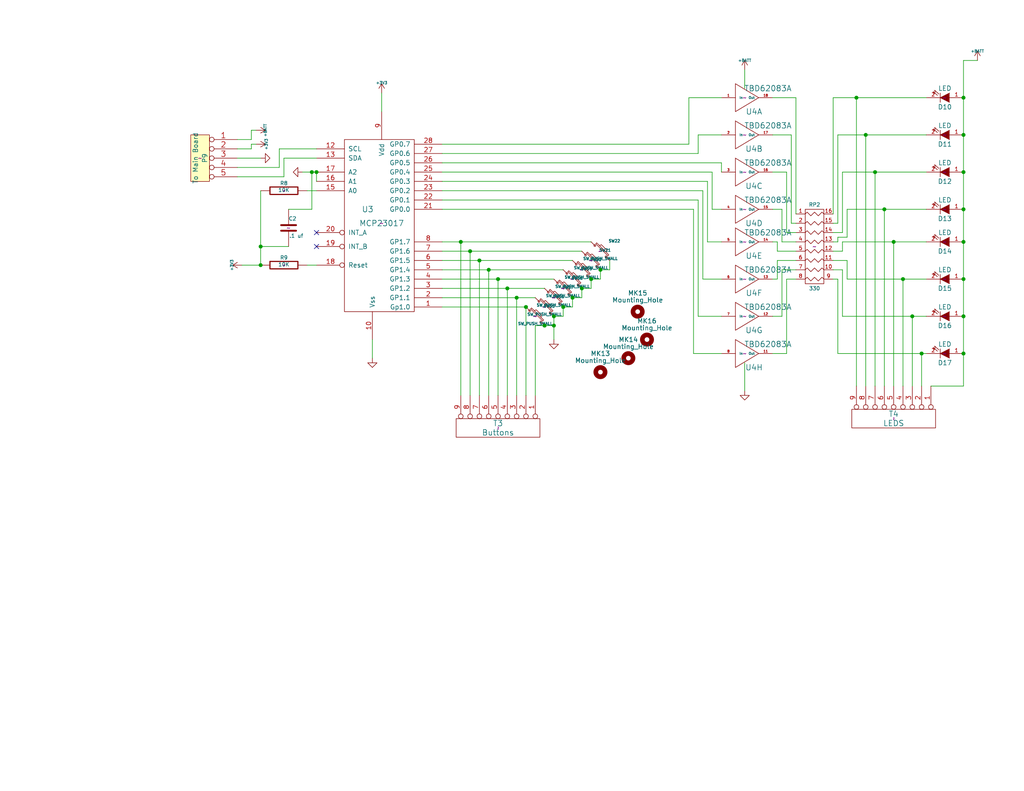
<source format=kicad_sch>
(kicad_sch (version 20211123) (generator eeschema)
  (paper "USLetter")
  (title_block (title "ESP32-T7S3-ControlStand") (date "2022-07-25") (rev "1.0") (company "Deepwoods Software") (comment 1 "Button Led Panel 2"))
  (lib_symbols
    (symbol "ESP32-T7S3-ControlStand-rescue:+3.3V" (power) (pin_names (offset 0))
      (property "Value" "+3.3V" (at 0 3.556 0))
      (symbol "+3.3V_0_1"
        (polyline (pts (xy -0.762 1.27) (xy 0 2.54)))
        (polyline (pts (xy 0 0) (xy 0 2.54)))
        (polyline (pts (xy 0 2.54) (xy 0.762 1.27)))
      )
      (symbol "+3.3V_1_1"
        (pin power_in line (at 0 0 90) (length 0) hide (name "+3V3") (number "1"))
      )
    )
    (symbol "ESP32-T7S3-ControlStand-rescue:+BATT" (power) (pin_names (offset 0))
      (property "Value" "+BATT" (at 0 3.556 0))
      (symbol "+BATT_0_1"
        (polyline (pts (xy -0.762 1.27) (xy 0 2.54)))
        (polyline (pts (xy 0 0) (xy 0 2.54)))
        (polyline (pts (xy 0 2.54) (xy 0.762 1.27)))
      )
      (symbol "+BATT_1_1"
        (pin power_in line (at 0 0 90) (length 0) hide (name "+BATT") (number "1"))
      )
    )
    (symbol "ESP32-T7S3-ControlStand-rescue:C-RESCUE-ESP32ControlStand" (pin_numbers hide) (pin_names (offset 0.254))
      (property "Reference" "C" (at 0 2.54 0))
      (property "Value" "C-RESCUE-ESP32ControlStand" (at 0.1524 -2.159 0))
      (symbol "C-RESCUE-ESP32ControlStand_0_1"
        (polyline (pts (xy -2.032 -0.762) (xy 2.032 -0.762)) (stroke (width 0.508)))
        (polyline (pts (xy -2.032 0.762) (xy 2.032 0.762)) (stroke (width 0.508)))
      )
      (symbol "C-RESCUE-ESP32ControlStand_1_1"
        (pin passive line (at 0 5.08 270) (length 4.318) (name "~") (number "1"))
        (pin passive line (at 0 -5.08 90) (length 4.318) (name "~") (number "2"))
      )
    )
    (symbol "ESP32-T7S3-ControlStand-rescue:CONN_5" (pin_names (offset 1.016))
      (property "Reference" "P" (at -1.27 0 90))
      (property "Value" "CONN_5" (at 1.27 0 90))
      (symbol "CONN_5_0_1"
        (rectangle (start -2.54 6.35) (end 2.54 -6.35) (fill (type background)))
      )
      (symbol "CONN_5_1_1"
        (pin passive inverted (at -10.16 5.08 0) (length 7.62) (name "~") (number "1"))
        (pin passive inverted (at -10.16 2.54 0) (length 7.62) (name "~") (number "2"))
        (pin passive inverted (at -10.16 0 0) (length 7.62) (name "~") (number "3"))
        (pin passive inverted (at -10.16 -2.54 0) (length 7.62) (name "~") (number "4"))
        (pin passive inverted (at -10.16 -5.08 0) (length 7.62) (name "~") (number "5"))
      )
    )
    (symbol "ESP32-T7S3-ControlStand-rescue:CONN_9" (pin_names (offset 1.016) hide)
      (property "Reference" "P" (at -1.27 0 90))
      (property "Value" "CONN_9" (at 1.27 0 90))
      (symbol "CONN_9_0_1"
        (rectangle (start -2.54 11.43) (end 2.54 -11.43))
      )
      (symbol "CONN_9_1_1"
        (pin passive inverted (at -8.89 10.16 0) (length 6.35) (name "P1") (number "1"))
        (pin passive inverted (at -8.89 7.62 0) (length 6.35) (name "P2") (number "2"))
        (pin passive inverted (at -8.89 5.08 0) (length 6.35) (name "P3") (number "3"))
        (pin passive inverted (at -8.89 2.54 0) (length 6.35) (name "P4") (number "4"))
        (pin passive inverted (at -8.89 0 0) (length 6.35) (name "P5") (number "5"))
        (pin passive inverted (at -8.89 -2.54 0) (length 6.35) (name "P6") (number "6"))
        (pin passive inverted (at -8.89 -5.08 0) (length 6.35) (name "P7") (number "7"))
        (pin passive inverted (at -8.89 -7.62 0) (length 6.35) (name "P8") (number "8"))
        (pin passive inverted (at -8.89 -10.16 0) (length 6.35) (name "P9") (number "9"))
      )
    )
    (symbol "ESP32-T7S3-ControlStand-rescue:GND" (power) (pin_names (offset 0))
      (property "Value" "GND" (at 0 -3.81 0))
      (symbol "GND_0_1"
        (polyline (pts (xy 0 0) (xy 0 -1.27) (xy 1.27 -1.27) (xy 0 -2.54) (xy -1.27 -1.27) (xy 0 -1.27)))
      )
      (symbol "GND_1_1"
        (pin power_in line (at 0 0 270) (length 0) hide (name "GND") (number "1"))
      )
    )
    (symbol "ESP32-T7S3-ControlStand-rescue:LED-RESCUE-ESP32ControlStand" (pin_names (offset 1.016) hide)
      (property "Reference" "D" (at 0 2.54 0))
      (property "Value" "LED-RESCUE-ESP32ControlStand" (at 0 -2.54 0))
      (symbol "LED-RESCUE-ESP32ControlStand_0_1"
        (polyline (pts (xy 1.27 1.27) (xy 1.27 -1.27)))
        (polyline (pts (xy -1.27 1.27) (xy 1.27 0) (xy -1.27 -1.27)) (fill (type outline)))
        (polyline (pts (xy 1.651 -1.016) (xy 2.794 -2.032) (xy 2.667 -1.397)))
        (polyline (pts (xy 2.032 -0.635) (xy 3.175 -1.651) (xy 3.048 -1.016)))
      )
      (symbol "LED-RESCUE-ESP32ControlStand_1_1"
        (pin passive line (at -5.08 0 0) (length 3.81) (name "A") (number "1"))
        (pin passive line (at 5.08 0 180) (length 3.81) (name "K") (number "2"))
      )
    )
    (symbol "ESP32-T7S3-ControlStand-rescue:MCP23017-RESCUE-ESP32ControlStand" (pin_names (offset 1.016))
      (property "Reference" "U" (at -3.81 3.81 0))
      (property "Value" "MCP23017-RESCUE-ESP32ControlStand" (at 0 0 0))
      (symbol "MCP23017-RESCUE-ESP32ControlStand_0_1"
        (rectangle (start -10.16 22.86) (end 8.89 -24.13))
      )
      (symbol "MCP23017-RESCUE-ESP32ControlStand_1_1"
        (pin bidirectional line (at 16.51 -22.86 180) (length 7.62) (name "Gp1.0") (number "1"))
        (pin power_in line (at -2.54 -31.75 90) (length 7.62) (name "Vss") (number "10"))
        (pin input line (at -17.78 20.32 0) (length 7.62) (name "SCL") (number "12"))
        (pin bidirectional line (at -17.78 17.78 0) (length 7.62) (name "SDA") (number "13"))
        (pin input line (at -17.78 8.89 0) (length 7.62) (name "A0") (number "15"))
        (pin input line (at -17.78 11.43 0) (length 7.62) (name "A1") (number "16"))
        (pin input line (at -17.78 13.97 0) (length 7.62) (name "A2") (number "17"))
        (pin output inverted (at -17.78 -11.43 0) (length 7.62) (name "Reset") (number "18"))
        (pin output inverted (at -17.78 -6.35 0) (length 7.62) (name "INT_B") (number "19"))
        (pin bidirectional line (at 16.51 -20.32 180) (length 7.62) (name "GP1.1") (number "2"))
        (pin output inverted (at -17.78 -2.54 0) (length 7.62) (name "INT_A") (number "20"))
        (pin bidirectional line (at 16.51 3.81 180) (length 7.62) (name "GP0.0") (number "21"))
        (pin bidirectional line (at 16.51 6.35 180) (length 7.62) (name "GP0.1") (number "22"))
        (pin bidirectional line (at 16.51 8.89 180) (length 7.62) (name "GP0.2") (number "23"))
        (pin bidirectional line (at 16.51 11.43 180) (length 7.62) (name "GP0.3") (number "24"))
        (pin bidirectional line (at 16.51 13.97 180) (length 7.62) (name "GP0.4") (number "25"))
        (pin bidirectional line (at 16.51 16.51 180) (length 7.62) (name "GP0.5") (number "26"))
        (pin bidirectional line (at 16.51 19.05 180) (length 7.62) (name "GP0.6") (number "27"))
        (pin bidirectional line (at 16.51 21.59 180) (length 7.62) (name "GP0.7") (number "28"))
        (pin bidirectional line (at 16.51 -17.78 180) (length 7.62) (name "GP1.2") (number "3"))
        (pin bidirectional line (at 16.51 -15.24 180) (length 7.62) (name "GP1.3") (number "4"))
        (pin bidirectional line (at 16.51 -12.7 180) (length 7.62) (name "GP1.4") (number "5"))
        (pin bidirectional line (at 16.51 -10.16 180) (length 7.62) (name "GP1.5") (number "6"))
        (pin bidirectional line (at 16.51 -7.62 180) (length 7.62) (name "GP1.6") (number "7"))
        (pin bidirectional line (at 16.51 -5.08 180) (length 7.62) (name "GP1.7") (number "8"))
        (pin power_in line (at 0 30.48 270) (length 7.62) (name "Vdd") (number "9"))
      )
    )
    (symbol "ESP32-T7S3-ControlStand-rescue:Mounting_Hole" (pin_names (offset 1.016))
      (property "Reference" "MK" (at 0 5.08 0))
      (property "Value" "Mounting_Hole" (at 0 3.175 0))
      (symbol "Mounting_Hole_0_1"
        (circle (center 0 0) (radius 1.27) (stroke (width 1.27)))
      )
    )
    (symbol "ESP32-T7S3-ControlStand-rescue:R-RESCUE-ESP32ControlStand" (pin_numbers hide) (pin_names (offset 0))
      (property "Reference" "R" (at 2.032 0 90))
      (property "Value" "R-RESCUE-ESP32ControlStand" (at 0.1778 0.0254 90))
      (symbol "R-RESCUE-ESP32ControlStand_0_1"
        (rectangle (start -1.016 3.81) (end 1.016 -3.81) (stroke (width 0.3048)))
      )
      (symbol "R-RESCUE-ESP32ControlStand_1_1"
        (pin passive line (at 0 6.35 270) (length 2.54) (name "~") (number "1"))
        (pin passive line (at 0 -6.35 90) (length 2.54) (name "~") (number "2"))
      )
    )
    (symbol "ESP32-T7S3-ControlStand-rescue:R_PACK8" (pin_names hide)
      (property "Reference" "RP" (at 0 11.43 0))
      (property "Value" "R_PACK8" (at 0 -11.43 0))
      (symbol "R_PACK8_0_1"
        (rectangle (start -2.54 10.16) (end 2.54 -10.16))
        (polyline (pts (xy -2.54 -8.89) (xy -2.032 -8.382) (xy -1.016 -9.398) (xy 0 -8.382) (xy 1.016 -9.398) (xy 2.032 -8.382) (xy 2.54 -8.89)))
        (polyline (pts (xy -2.54 -6.35) (xy -2.032 -5.842) (xy -1.016 -6.858) (xy 0 -5.842) (xy 1.016 -6.858) (xy 2.032 -5.842) (xy 2.54 -6.35)))
        (polyline (pts (xy -2.54 -3.81) (xy -2.032 -3.302) (xy -1.016 -4.318) (xy 0 -3.302) (xy 1.016 -4.318) (xy 2.032 -3.302) (xy 2.54 -3.81)))
        (polyline (pts (xy -2.54 -1.27) (xy -2.032 -0.762) (xy -1.016 -1.778) (xy 0 -0.762) (xy 1.016 -1.778) (xy 2.032 -0.762) (xy 2.54 -1.27)))
        (polyline (pts (xy -2.54 1.27) (xy -2.032 1.778) (xy -1.016 0.762) (xy 0 1.778) (xy 1.016 0.762) (xy 2.032 1.778) (xy 2.54 1.27)))
        (polyline (pts (xy -2.54 3.81) (xy -2.032 4.318) (xy -1.016 3.302) (xy 0 4.318) (xy 1.016 3.302) (xy 2.032 4.318) (xy 2.54 3.81)))
        (polyline (pts (xy -2.54 6.35) (xy -2.032 6.858) (xy -1.016 5.842) (xy 0 6.858) (xy 1.016 5.842) (xy 2.032 6.858) (xy 2.54 6.35)))
        (polyline (pts (xy -2.54 8.89) (xy -2.032 9.398) (xy -1.016 8.382) (xy 0 9.398) (xy 1.016 8.382) (xy 2.032 9.398) (xy 2.54 8.89)))
      )
      (symbol "R_PACK8_1_1"
        (pin passive line (at -5.08 8.89 0) (length 2.54) (name "P1") (number "1"))
        (pin passive line (at 5.08 -6.35 180) (length 2.54) (name "R7") (number "10"))
        (pin passive line (at 5.08 -3.81 180) (length 2.54) (name "R6") (number "11"))
        (pin passive line (at 5.08 -1.27 180) (length 2.54) (name "R5") (number "12"))
        (pin passive line (at 5.08 1.27 180) (length 2.54) (name "R4") (number "13"))
        (pin passive line (at 5.08 3.81 180) (length 2.54) (name "R3") (number "14"))
        (pin passive line (at 5.08 6.35 180) (length 2.54) (name "R2") (number "15"))
        (pin passive line (at 5.08 8.89 180) (length 2.54) (name "R1") (number "16"))
        (pin passive line (at -5.08 6.35 0) (length 2.54) (name "P2") (number "2"))
        (pin passive line (at -5.08 3.81 0) (length 2.54) (name "P3") (number "3"))
        (pin passive line (at -5.08 1.27 0) (length 2.54) (name "P4") (number "4"))
        (pin passive line (at -5.08 -1.27 0) (length 2.54) (name "P5") (number "5"))
        (pin passive line (at -5.08 -3.81 0) (length 2.54) (name "P6") (number "6"))
        (pin passive line (at -5.08 -6.35 0) (length 2.54) (name "P7") (number "7"))
        (pin passive line (at -5.08 -8.89 0) (length 2.54) (name "P8") (number "8"))
        (pin passive line (at 5.08 -8.89 180) (length 2.54) (name "R8") (number "9"))
      )
    )
    (symbol "ESP32-T7S3-ControlStand-rescue:SW_PUSH_SMALL" (pin_numbers hide) (pin_names (offset 1.016) hide)
      (property "Reference" "SW" (at 3.81 2.794 0))
      (property "Value" "SW_PUSH_SMALL" (at 0 -2.0066 0))
      (symbol "SW_PUSH_SMALL_0_1"
        (circle (center -1.524 1.524) (radius 0.254))
        (polyline (pts (xy -2.54 2.54) (xy -1.524 1.524) (xy -1.524 1.524)))
        (polyline (pts (xy 1.524 -1.524) (xy 2.54 -2.54) (xy 2.54 -2.54) (xy 2.54 -2.54)))
        (polyline (pts (xy -0.254 1.524) (xy 0.254 1.778) (xy 1.778 0.254) (xy 1.524 -0.254) (xy 1.524 -0.254) (xy 1.524 -0.254)))
        (polyline (pts (xy -1.27 2.032) (xy 2.032 -1.27) (xy 2.286 -1.016) (xy -1.016 2.286) (xy -1.27 2.032) (xy -1.27 2.032) (xy -1.27 2.032)))
        (circle (center 1.524 -1.524) (radius 0.254))
        (pin passive line (at -2.54 2.54 0) (length 0) (name "1") (number "1"))
        (pin passive line (at 2.54 -2.54 180) (length 0) (name "2") (number "2"))
      )
    )
    (symbol "ESP32-T7S3-ControlStand-rescue:TBD62083A" (pin_names (offset 1.016))
      (property "Reference" "U" (at 2.54 -3.81 0))
      (property "Value" "TBD62083A" (at 6.35 2.54 0))
      (symbol "TBD62083A_0_1"
        (polyline (pts (xy -2.54 3.81) (xy 3.81 0) (xy -2.54 -3.81) (xy -2.54 3.81)))
        (pin unspecified line (at 0 2.54 0) (length 0) hide (name "OC") (number "10"))
        (pin unspecified line (at 0 -2.54 0) (length 0) hide (name "IC") (number "9"))
      )
      (symbol "TBD62083A_1_1"
        (pin input line (at -6.35 0 0) (length 3.81) (name "In") (number "1"))
        (pin output line (at 7.62 0 180) (length 3.81) (name "Out") (number "18"))
      )
      (symbol "TBD62083A_2_1"
        (pin output line (at 7.62 0 180) (length 3.81) (name "Out") (number "17"))
        (pin input line (at -6.35 0 0) (length 3.81) (name "In") (number "2"))
      )
      (symbol "TBD62083A_3_1"
        (pin output line (at 7.62 0 180) (length 3.81) (name "Out") (number "16"))
        (pin input line (at -6.35 0 0) (length 3.81) (name "In") (number "3"))
      )
      (symbol "TBD62083A_4_1"
        (pin output line (at 7.62 0 180) (length 3.81) (name "Out") (number "15"))
        (pin input line (at -6.35 0 0) (length 3.81) (name "In") (number "4"))
      )
      (symbol "TBD62083A_5_1"
        (pin output line (at 7.62 0 180) (length 3.81) (name "Out") (number "14"))
        (pin input line (at -6.35 0 0) (length 3.81) (name "In") (number "5"))
      )
      (symbol "TBD62083A_6_1"
        (pin output line (at 7.62 0 180) (length 3.81) (name "Out") (number "13"))
        (pin input line (at -6.35 0 0) (length 3.81) (name "In") (number "6"))
      )
      (symbol "TBD62083A_7_1"
        (pin output line (at 7.62 0 180) (length 3.81) (name "Out") (number "12"))
        (pin input line (at -6.35 0 0) (length 3.81) (name "In") (number "7"))
      )
      (symbol "TBD62083A_8_1"
        (pin output line (at 7.62 0 180) (length 3.81) (name "Out") (number "11"))
        (pin input line (at -6.35 0 0) (length 3.81) (name "In") (number "8"))
      )
    )
  )
  (junction (at 138.43 78.74))
  (junction (at 148.59 88.9))
  (junction (at 85.09 46.99))
  (junction (at 71.12 67.31))
  (junction (at 151.13 88.9))
  (junction (at 262.89 46.99))
  (junction (at 262.89 57.15))
  (junction (at 262.89 86.36))
  (junction (at 251.46 96.52))
  (junction (at 158.75 78.74))
  (junction (at 151.13 86.36))
  (junction (at 248.92 86.36))
  (junction (at 246.38 76.2))
  (junction (at 130.81 71.12))
  (junction (at 262.89 76.2))
  (junction (at 262.89 96.52))
  (junction (at 133.35 73.66))
  (junction (at 243.84 66.04))
  (junction (at 86.36 46.99))
  (junction (at 238.76 46.99))
  (junction (at 161.29 76.2))
  (junction (at 71.12 72.39))
  (junction (at 143.51 83.82))
  (junction (at 241.3 57.15))
  (junction (at 125.73 66.04))
  (junction (at 262.89 36.83))
  (junction (at 262.89 26.67))
  (junction (at 140.97 81.28))
  (junction (at 156.21 81.28))
  (junction (at 233.68 26.67))
  (junction (at 128.27 68.58))
  (junction (at 236.22 36.83))
  (junction (at 153.67 83.82))
  (junction (at 262.89 66.04))
  (junction (at 135.89 76.2))
  (junction (at 163.83 73.66))
  (no_connect (at 86.36 63.5))
  (no_connect (at 86.36 67.31))
  (wire (pts (xy 153.67 83.82) (xy 153.67 86.36)))
  (wire (pts (xy 238.76 105.41) (xy 238.76 46.99)))
  (wire (pts (xy 212.09 71.12) (xy 217.17 71.12)))
  (wire (pts (xy 213.36 57.15) (xy 213.36 66.04)))
  (wire (pts (xy 120.65 39.37) (xy 187.96 39.37)))
  (wire (pts (xy 210.82 66.04) (xy 212.09 66.04)))
  (wire (pts (xy 203.2 99.06) (xy 203.2 106.68)))
  (wire (pts (xy 189.23 96.52) (xy 196.85 96.52)))
  (wire (pts (xy 228.6 76.2) (xy 228.6 96.52)))
  (wire (pts (xy 153.67 86.36) (xy 151.13 86.36)))
  (wire (pts (xy 120.65 57.15) (xy 189.23 57.15)))
  (wire (pts (xy 125.73 107.95) (xy 125.73 66.04)))
  (wire (pts (xy 101.6 92.71) (xy 101.6 97.79)))
  (wire (pts (xy 262.89 76.2) (xy 262.89 86.36)))
  (wire (pts (xy 229.87 46.99) (xy 229.87 63.5)))
  (wire (pts (xy 135.89 76.2) (xy 151.13 76.2)))
  (wire (pts (xy 146.05 88.9) (xy 148.59 88.9)))
  (wire (pts (xy 262.89 36.83) (xy 262.89 46.99)))
  (wire (pts (xy 151.13 86.36) (xy 151.13 88.9)))
  (wire (pts (xy 190.5 41.91) (xy 190.5 36.83)))
  (wire (pts (xy 187.96 26.67) (xy 196.85 26.67)))
  (wire (pts (xy 190.5 86.36) (xy 196.85 86.36)))
  (wire (pts (xy 262.89 16.51) (xy 266.7 16.51)))
  (wire (pts (xy 229.87 66.04) (xy 243.84 66.04)))
  (wire (pts (xy 78.74 67.31) (xy 71.12 67.31)))
  (wire (pts (xy 166.37 73.66) (xy 163.83 73.66)))
  (wire (pts (xy 130.81 71.12) (xy 156.21 71.12)))
  (wire (pts (xy 143.51 83.82) (xy 143.51 107.95)))
  (wire (pts (xy 71.12 72.39) (xy 66.04 72.39)))
  (wire (pts (xy 64.77 45.72) (xy 76.2 45.72)))
  (wire (pts (xy 120.65 71.12) (xy 130.81 71.12)))
  (wire (pts (xy 227.33 76.2) (xy 228.6 76.2)))
  (wire (pts (xy 163.83 73.66) (xy 163.83 76.2)))
  (wire (pts (xy 248.92 86.36) (xy 252.73 86.36)))
  (wire (pts (xy 262.89 66.04) (xy 262.89 76.2)))
  (wire (pts (xy 140.97 107.95) (xy 140.97 81.28)))
  (wire (pts (xy 85.09 46.99) (xy 82.55 46.99)))
  (wire (pts (xy 243.84 105.41) (xy 243.84 66.04)))
  (wire (pts (xy 161.29 78.74) (xy 158.75 78.74)))
  (wire (pts (xy 163.83 76.2) (xy 161.29 76.2)))
  (wire (pts (xy 156.21 83.82) (xy 153.67 83.82)))
  (wire (pts (xy 236.22 105.41) (xy 236.22 36.83)))
  (wire (pts (xy 215.9 60.96) (xy 217.17 60.96)))
  (wire (pts (xy 233.68 105.41) (xy 233.68 26.67)))
  (wire (pts (xy 68.58 39.37) (xy 69.85 39.37)))
  (wire (pts (xy 190.5 54.61) (xy 190.5 86.36)))
  (wire (pts (xy 228.6 36.83) (xy 228.6 60.96)))
  (wire (pts (xy 228.6 64.77) (xy 228.6 66.04)))
  (wire (pts (xy 228.6 36.83) (xy 236.22 36.83)))
  (wire (pts (xy 213.36 66.04) (xy 217.17 66.04)))
  (wire (pts (xy 251.46 96.52) (xy 252.73 96.52)))
  (wire (pts (xy 212.09 66.04) (xy 212.09 68.58)))
  (wire (pts (xy 227.33 73.66) (xy 229.87 73.66)))
  (wire (pts (xy 77.47 48.26) (xy 77.47 43.18)))
  (wire (pts (xy 120.65 41.91) (xy 190.5 41.91)))
  (wire (pts (xy 217.17 58.42) (xy 217.17 26.67)))
  (wire (pts (xy 120.65 83.82) (xy 143.51 83.82)))
  (wire (pts (xy 262.89 57.15) (xy 262.89 66.04)))
  (wire (pts (xy 246.38 105.41) (xy 246.38 76.2)))
  (wire (pts (xy 138.43 107.95) (xy 138.43 78.74)))
  (wire (pts (xy 241.3 57.15) (xy 252.73 57.15)))
  (wire (pts (xy 214.63 63.5) (xy 217.17 63.5)))
  (wire (pts (xy 120.65 66.04) (xy 125.73 66.04)))
  (wire (pts (xy 194.31 46.99) (xy 194.31 57.15)))
  (wire (pts (xy 158.75 78.74) (xy 158.75 81.28)))
  (wire (pts (xy 238.76 46.99) (xy 252.73 46.99)))
  (wire (pts (xy 231.14 76.2) (xy 246.38 76.2)))
  (wire (pts (xy 215.9 36.83) (xy 215.9 60.96)))
  (wire (pts (xy 203.2 19.05) (xy 203.2 24.13)))
  (wire (pts (xy 64.77 38.1) (xy 68.58 38.1)))
  (wire (pts (xy 196.85 44.45) (xy 196.85 46.99)))
  (wire (pts (xy 190.5 36.83) (xy 196.85 36.83)))
  (wire (pts (xy 212.09 76.2) (xy 212.09 71.12)))
  (wire (pts (xy 146.05 107.95) (xy 146.05 88.9)))
  (wire (pts (xy 68.58 38.1) (xy 68.58 35.56)))
  (wire (pts (xy 231.14 71.12) (xy 227.33 71.12)))
  (wire (pts (xy 262.89 16.51) (xy 262.89 26.67)))
  (wire (pts (xy 138.43 78.74) (xy 148.59 78.74)))
  (wire (pts (xy 86.36 52.07) (xy 83.82 52.07)))
  (wire (pts (xy 140.97 81.28) (xy 146.05 81.28)))
  (wire (pts (xy 248.92 105.41) (xy 248.92 86.36)))
  (wire (pts (xy 210.82 86.36) (xy 213.36 86.36)))
  (wire (pts (xy 262.89 46.99) (xy 262.89 57.15)))
  (wire (pts (xy 262.89 105.41) (xy 254 105.41)))
  (wire (pts (xy 120.65 46.99) (xy 194.31 46.99)))
  (wire (pts (xy 191.77 76.2) (xy 196.85 76.2)))
  (wire (pts (xy 214.63 46.99) (xy 210.82 46.99)))
  (wire (pts (xy 228.6 66.04) (xy 227.33 66.04)))
  (wire (pts (xy 120.65 81.28) (xy 140.97 81.28)))
  (wire (pts (xy 86.36 46.99) (xy 85.09 46.99)))
  (wire (pts (xy 135.89 107.95) (xy 135.89 76.2)))
  (wire (pts (xy 125.73 66.04) (xy 161.29 66.04)))
  (wire (pts (xy 133.35 107.95) (xy 133.35 73.66)))
  (wire (pts (xy 246.38 76.2) (xy 252.73 76.2)))
  (wire (pts (xy 229.87 86.36) (xy 248.92 86.36)))
  (wire (pts (xy 251.46 105.41) (xy 251.46 96.52)))
  (wire (pts (xy 228.6 60.96) (xy 227.33 60.96)))
  (wire (pts (xy 151.13 88.9) (xy 151.13 92.71)))
  (wire (pts (xy 120.65 52.07) (xy 191.77 52.07)))
  (wire (pts (xy 120.65 44.45) (xy 196.85 44.45)))
  (wire (pts (xy 228.6 96.52) (xy 251.46 96.52)))
  (wire (pts (xy 236.22 36.83) (xy 252.73 36.83)))
  (wire (pts (xy 148.59 88.9) (xy 151.13 88.9)))
  (wire (pts (xy 130.81 107.95) (xy 130.81 71.12)))
  (wire (pts (xy 262.89 96.52) (xy 262.89 105.41)))
  (wire (pts (xy 212.09 68.58) (xy 217.17 68.58)))
  (wire (pts (xy 77.47 43.18) (xy 86.36 43.18)))
  (wire (pts (xy 104.14 25.4) (xy 104.14 30.48)))
  (wire (pts (xy 229.87 46.99) (xy 238.76 46.99)))
  (wire (pts (xy 189.23 57.15) (xy 189.23 96.52)))
  (wire (pts (xy 161.29 76.2) (xy 161.29 78.74)))
  (wire (pts (xy 227.33 26.67) (xy 233.68 26.67)))
  (wire (pts (xy 214.63 96.52) (xy 214.63 76.2)))
  (wire (pts (xy 86.36 72.39) (xy 83.82 72.39)))
  (wire (pts (xy 191.77 52.07) (xy 191.77 76.2)))
  (wire (pts (xy 233.68 26.67) (xy 252.73 26.67)))
  (wire (pts (xy 210.82 57.15) (xy 213.36 57.15)))
  (wire (pts (xy 71.12 43.18) (xy 64.77 43.18)))
  (wire (pts (xy 120.65 54.61) (xy 190.5 54.61)))
  (wire (pts (xy 231.14 71.12) (xy 231.14 76.2)))
  (wire (pts (xy 71.12 67.31) (xy 71.12 72.39)))
  (wire (pts (xy 229.87 63.5) (xy 227.33 63.5)))
  (wire (pts (xy 262.89 26.67) (xy 262.89 36.83)))
  (wire (pts (xy 68.58 40.64) (xy 68.58 39.37)))
  (wire (pts (xy 71.12 52.07) (xy 71.12 67.31)))
  (wire (pts (xy 231.14 64.77) (xy 228.6 64.77)))
  (wire (pts (xy 215.9 36.83) (xy 210.82 36.83)))
  (wire (pts (xy 128.27 107.95) (xy 128.27 68.58)))
  (wire (pts (xy 243.84 66.04) (xy 252.73 66.04)))
  (wire (pts (xy 229.87 68.58) (xy 227.33 68.58)))
  (wire (pts (xy 193.04 66.04) (xy 196.85 66.04)))
  (wire (pts (xy 64.77 48.26) (xy 77.47 48.26)))
  (wire (pts (xy 68.58 35.56) (xy 69.85 35.56)))
  (wire (pts (xy 214.63 76.2) (xy 217.17 76.2)))
  (wire (pts (xy 217.17 26.67) (xy 210.82 26.67)))
  (wire (pts (xy 156.21 81.28) (xy 156.21 83.82)))
  (wire (pts (xy 229.87 66.04) (xy 229.87 68.58)))
  (wire (pts (xy 133.35 73.66) (xy 153.67 73.66)))
  (wire (pts (xy 231.14 57.15) (xy 231.14 64.77)))
  (wire (pts (xy 166.37 71.12) (xy 166.37 73.66)))
  (wire (pts (xy 262.89 86.36) (xy 262.89 96.52)))
  (wire (pts (xy 120.65 78.74) (xy 138.43 78.74)))
  (wire (pts (xy 158.75 81.28) (xy 156.21 81.28)))
  (wire (pts (xy 210.82 96.52) (xy 214.63 96.52)))
  (wire (pts (xy 213.36 73.66) (xy 217.17 73.66)))
  (wire (pts (xy 128.27 68.58) (xy 158.75 68.58)))
  (wire (pts (xy 64.77 40.64) (xy 68.58 40.64)))
  (wire (pts (xy 213.36 86.36) (xy 213.36 73.66)))
  (wire (pts (xy 187.96 39.37) (xy 187.96 26.67)))
  (wire (pts (xy 193.04 49.53) (xy 193.04 66.04)))
  (wire (pts (xy 86.36 49.53) (xy 86.36 46.99)))
  (wire (pts (xy 214.63 46.99) (xy 214.63 63.5)))
  (wire (pts (xy 85.09 57.15) (xy 85.09 46.99)))
  (wire (pts (xy 229.87 73.66) (xy 229.87 86.36)))
  (wire (pts (xy 78.74 57.15) (xy 85.09 57.15)))
  (wire (pts (xy 120.65 73.66) (xy 133.35 73.66)))
  (wire (pts (xy 241.3 105.41) (xy 241.3 57.15)))
  (wire (pts (xy 120.65 49.53) (xy 193.04 49.53)))
  (wire (pts (xy 210.82 76.2) (xy 212.09 76.2)))
  (wire (pts (xy 231.14 57.15) (xy 241.3 57.15)))
  (wire (pts (xy 120.65 68.58) (xy 128.27 68.58)))
  (wire (pts (xy 76.2 40.64) (xy 86.36 40.64)))
  (wire (pts (xy 120.65 76.2) (xy 135.89 76.2)))
  (wire (pts (xy 227.33 58.42) (xy 227.33 26.67)))
  (wire (pts (xy 76.2 45.72) (xy 76.2 40.64)))
  (wire (pts (xy 194.31 57.15) (xy 196.85 57.15)))
  (symbol (lib_id "ESP32-T7S3-ControlStand-rescue:MCP23017-RESCUE-ESP32ControlStand") (at 104.14 60.96 0) (unit 1)
    (property "Reference" "U3" (at 100.33 57.15 0) (effects (font (size 1.524 1.524))))
    (property "Value" "MCP23017" (at 104.14 60.96 0) (effects (font (size 1.524 1.524))))
    (property "Footprint" "Housings_SOIC:SOIC-28W_7.5x17.9mm_Pitch1.27mm" (effects hide))
    (property "Datasheet" "~" (at 104.14 60.96 0) (effects (font (size 1.524 1.524))))
    (property "Mouser Part Number" "79-MCP23017-E/SO " (effects hide))
  )
  (symbol (lib_id "ESP32-T7S3-ControlStand-rescue:TBD62083A") (at 203.2 26.67 0) (unit 1)
    (property "Reference" "U4" (at 205.74 30.48 0) (effects (font (size 1.524 1.524))))
    (property "Value" "TBD62083A" (at 209.55 24.13 0) (effects (font (size 1.524 1.524))))
    (property "Footprint" "Housings_SOIC:SOIC-18W_7.5x11.6mm_Pitch1.27mm" (effects hide))
    (property "Datasheet" "~" (at 203.2 26.67 0) (effects (font (size 1.524 1.524))))
    (property "Mouser Part Number" "757-TBD62083AFG" (effects hide))
  )
  (symbol (lib_id "ESP32-T7S3-ControlStand-rescue:TBD62083A") (at 203.2 36.83 0) (unit 2)
    (property "Reference" "U4" (at 205.74 40.64 0) (effects (font (size 1.524 1.524))))
    (property "Value" "TBD62083A" (at 209.55 34.29 0) (effects (font (size 1.524 1.524))))
    (property "Footprint" "Housings_SOIC:SOIC-18W_7.5x11.6mm_Pitch1.27mm" (effects hide))
    (property "Datasheet" "~" (at 203.2 36.83 0) (effects (font (size 1.524 1.524))))
  )
  (symbol (lib_id "ESP32-T7S3-ControlStand-rescue:TBD62083A") (at 203.2 46.99 0) (unit 3)
    (property "Reference" "U4" (at 205.74 50.8 0) (effects (font (size 1.524 1.524))))
    (property "Value" "TBD62083A" (at 209.55 44.45 0) (effects (font (size 1.524 1.524))))
    (property "Footprint" "Housings_SOIC:SOIC-18W_7.5x11.6mm_Pitch1.27mm" (effects hide))
    (property "Datasheet" "~" (at 203.2 46.99 0) (effects (font (size 1.524 1.524))))
  )
  (symbol (lib_id "ESP32-T7S3-ControlStand-rescue:TBD62083A") (at 203.2 57.15 0) (unit 4)
    (property "Reference" "U4" (at 205.74 60.96 0) (effects (font (size 1.524 1.524))))
    (property "Value" "TBD62083A" (at 209.55 54.61 0) (effects (font (size 1.524 1.524))))
    (property "Footprint" "Housings_SOIC:SOIC-18W_7.5x11.6mm_Pitch1.27mm" (effects hide))
    (property "Datasheet" "~" (at 203.2 57.15 0) (effects (font (size 1.524 1.524))))
  )
  (symbol (lib_id "ESP32-T7S3-ControlStand-rescue:TBD62083A") (at 203.2 66.04 0) (unit 5)
    (property "Reference" "U4" (at 205.74 69.85 0) (effects (font (size 1.524 1.524))))
    (property "Value" "TBD62083A" (at 209.55 63.5 0) (effects (font (size 1.524 1.524))))
    (property "Footprint" "Housings_SOIC:SOIC-18W_7.5x11.6mm_Pitch1.27mm" (effects hide))
    (property "Datasheet" "~" (at 203.2 66.04 0) (effects (font (size 1.524 1.524))))
  )
  (symbol (lib_id "ESP32-T7S3-ControlStand-rescue:TBD62083A") (at 203.2 76.2 0) (unit 6)
    (property "Reference" "U4" (at 205.74 80.01 0) (effects (font (size 1.524 1.524))))
    (property "Value" "TBD62083A" (at 209.55 73.66 0) (effects (font (size 1.524 1.524))))
    (property "Footprint" "Housings_SOIC:SOIC-18W_7.5x11.6mm_Pitch1.27mm" (effects hide))
    (property "Datasheet" "~" (at 203.2 76.2 0) (effects (font (size 1.524 1.524))))
  )
  (symbol (lib_id "ESP32-T7S3-ControlStand-rescue:TBD62083A") (at 203.2 86.36 0) (unit 7)
    (property "Reference" "U4" (at 205.74 90.17 0) (effects (font (size 1.524 1.524))))
    (property "Value" "TBD62083A" (at 209.55 83.82 0) (effects (font (size 1.524 1.524))))
    (property "Footprint" "Housings_SOIC:SOIC-18W_7.5x11.6mm_Pitch1.27mm" (effects hide))
    (property "Datasheet" "~" (at 203.2 86.36 0) (effects (font (size 1.524 1.524))))
  )
  (symbol (lib_id "ESP32-T7S3-ControlStand-rescue:TBD62083A") (at 203.2 96.52 0) (unit 8)
    (property "Reference" "U4" (at 205.74 100.33 0) (effects (font (size 1.524 1.524))))
    (property "Value" "TBD62083A" (at 209.55 93.98 0) (effects (font (size 1.524 1.524))))
    (property "Footprint" "Housings_SOIC:SOIC-18W_7.5x11.6mm_Pitch1.27mm" (effects hide))
    (property "Datasheet" "~" (at 203.2 96.52 0) (effects (font (size 1.524 1.524))))
  )
  (symbol (lib_id "ESP32-T7S3-ControlStand-rescue:SW_PUSH_SMALL") (at 163.83 68.58 0) (unit 1)
    (property "Reference" "SW22" (at 167.64 65.786 0) (effects (font (size 0.762 0.762))))
    (property "Value" "SW_PUSH_SMALL" (at 163.83 70.5866 0) (effects (font (size 0.762 0.762))))
    (property "Footprint" "Buttons_Switches_THT:SW_PUSH_6mm" (effects hide))
    (property "Datasheet" "~" (at 163.83 68.58 0) (effects (font (size 1.524 1.524))))
    (property "Mouser Part Number" "179-TS026660BK160LCR" (effects hide))
  )
  (symbol (lib_id "ESP32-T7S3-ControlStand-rescue:SW_PUSH_SMALL") (at 161.29 71.12 0) (unit 1)
    (property "Reference" "SW21" (at 165.1 68.326 0) (effects (font (size 0.762 0.762))))
    (property "Value" "SW_PUSH_SMALL" (at 161.29 73.1266 0) (effects (font (size 0.762 0.762))))
    (property "Footprint" "Buttons_Switches_THT:SW_PUSH_6mm" (effects hide))
    (property "Datasheet" "~" (at 161.29 71.12 0) (effects (font (size 1.524 1.524))))
    (property "Mouser Part Number" "179-TS026660BK160LCR" (effects hide))
  )
  (symbol (lib_id "ESP32-T7S3-ControlStand-rescue:SW_PUSH_SMALL") (at 158.75 73.66 0) (unit 1)
    (property "Reference" "SW20" (at 162.56 70.866 0) (effects (font (size 0.762 0.762))))
    (property "Value" "SW_PUSH_SMALL" (at 158.75 75.6666 0) (effects (font (size 0.762 0.762))))
    (property "Footprint" "Buttons_Switches_THT:SW_PUSH_6mm" (effects hide))
    (property "Datasheet" "~" (at 158.75 73.66 0) (effects (font (size 1.524 1.524))))
    (property "Mouser Part Number" "179-TS026660BK160LCR" (effects hide))
  )
  (symbol (lib_id "ESP32-T7S3-ControlStand-rescue:SW_PUSH_SMALL") (at 146.05 86.36 0) (unit 1)
    (property "Reference" "SW15" (at 149.86 83.566 0) (effects (font (size 0.762 0.762))))
    (property "Value" "SW_PUSH_SMALL" (at 146.05 88.3666 0) (effects (font (size 0.762 0.762))))
    (property "Footprint" "Buttons_Switches_THT:SW_PUSH_6mm" (effects hide))
    (property "Datasheet" "~" (at 146.05 86.36 0) (effects (font (size 1.524 1.524))))
    (property "Mouser Part Number" "179-TS026660BK160LCR" (effects hide))
  )
  (symbol (lib_id "ESP32-T7S3-ControlStand-rescue:SW_PUSH_SMALL") (at 156.21 76.2 0) (unit 1)
    (property "Reference" "SW19" (at 160.02 73.406 0) (effects (font (size 0.762 0.762))))
    (property "Value" "SW_PUSH_SMALL" (at 156.21 78.2066 0) (effects (font (size 0.762 0.762))))
    (property "Footprint" "Buttons_Switches_THT:SW_PUSH_6mm" (effects hide))
    (property "Datasheet" "~" (at 156.21 76.2 0) (effects (font (size 1.524 1.524))))
    (property "Mouser Part Number" "179-TS026660BK160LCR" (effects hide))
  )
  (symbol (lib_id "ESP32-T7S3-ControlStand-rescue:SW_PUSH_SMALL") (at 151.13 81.28 0) (unit 1)
    (property "Reference" "SW17" (at 154.94 78.486 0) (effects (font (size 0.762 0.762))))
    (property "Value" "SW_PUSH_SMALL" (at 151.13 83.2866 0) (effects (font (size 0.762 0.762))))
    (property "Footprint" "Buttons_Switches_THT:SW_PUSH_6mm" (effects hide))
    (property "Datasheet" "~" (at 151.13 81.28 0) (effects (font (size 1.524 1.524))))
    (property "Mouser Part Number" "179-TS026660BK160LCR" (effects hide))
  )
  (symbol (lib_id "ESP32-T7S3-ControlStand-rescue:SW_PUSH_SMALL") (at 153.67 78.74 0) (unit 1)
    (property "Reference" "SW18" (at 157.48 75.946 0) (effects (font (size 0.762 0.762))))
    (property "Value" "SW_PUSH_SMALL" (at 153.67 80.7466 0) (effects (font (size 0.762 0.762))))
    (property "Footprint" "Buttons_Switches_THT:SW_PUSH_6mm" (effects hide))
    (property "Datasheet" "~" (at 153.67 78.74 0) (effects (font (size 1.524 1.524))))
    (property "Mouser Part Number" "179-TS026660BK160LCR" (effects hide))
  )
  (symbol (lib_id "ESP32-T7S3-ControlStand-rescue:SW_PUSH_SMALL") (at 148.59 83.82 0) (unit 1)
    (property "Reference" "SW16" (at 152.4 81.026 0) (effects (font (size 0.762 0.762))))
    (property "Value" "SW_PUSH_SMALL" (at 148.59 85.8266 0) (effects (font (size 0.762 0.762))))
    (property "Footprint" "Buttons_Switches_THT:SW_PUSH_6mm" (effects hide))
    (property "Datasheet" "~" (at 148.59 83.82 0) (effects (font (size 1.524 1.524))))
    (property "Mouser Part Number" "179-TS026660BK160LCR" (effects hide))
  )
  (symbol (lib_id "ESP32-T7S3-ControlStand-rescue:GND") (at 151.13 92.71 0) (unit 1)
    (property "Reference" "#PWR032" (effects hide))
    (property "Value" "GND" (effects hide))
  )
  (symbol (lib_id "ESP32-T7S3-ControlStand-rescue:LED-RESCUE-ESP32ControlStand") (at 257.81 26.67 180) (unit 1)
    (property "Reference" "D10" (at 257.81 29.21 0))
    (property "Value" "LED" (at 257.81 24.13 0))
    (property "Footprint" "LEDs:LED_D5.0mm" (effects hide))
    (property "Datasheet" "~" (at 257.81 26.67 0) (effects (font (size 1.524 1.524))))
  )
  (symbol (lib_id "ESP32-T7S3-ControlStand-rescue:LED-RESCUE-ESP32ControlStand") (at 257.81 36.83 180) (unit 1)
    (property "Reference" "D11" (at 257.81 39.37 0))
    (property "Value" "LED" (at 257.81 34.29 0))
    (property "Footprint" "LEDs:LED_D5.0mm" (effects hide))
    (property "Datasheet" "~" (at 257.81 36.83 0) (effects (font (size 1.524 1.524))))
  )
  (symbol (lib_id "ESP32-T7S3-ControlStand-rescue:LED-RESCUE-ESP32ControlStand") (at 257.81 46.99 180) (unit 1)
    (property "Reference" "D12" (at 257.81 49.53 0))
    (property "Value" "LED" (at 257.81 44.45 0))
    (property "Footprint" "LEDs:LED_D5.0mm" (effects hide))
    (property "Datasheet" "~" (at 257.81 46.99 0) (effects (font (size 1.524 1.524))))
  )
  (symbol (lib_id "ESP32-T7S3-ControlStand-rescue:LED-RESCUE-ESP32ControlStand") (at 257.81 57.15 180) (unit 1)
    (property "Reference" "D13" (at 257.81 59.69 0))
    (property "Value" "LED" (at 257.81 54.61 0))
    (property "Footprint" "LEDs:LED_D5.0mm" (effects hide))
    (property "Datasheet" "~" (at 257.81 57.15 0) (effects (font (size 1.524 1.524))))
  )
  (symbol (lib_id "ESP32-T7S3-ControlStand-rescue:LED-RESCUE-ESP32ControlStand") (at 257.81 66.04 180) (unit 1)
    (property "Reference" "D14" (at 257.81 68.58 0))
    (property "Value" "LED" (at 257.81 63.5 0))
    (property "Footprint" "LEDs:LED_D5.0mm" (effects hide))
    (property "Datasheet" "~" (at 257.81 66.04 0) (effects (font (size 1.524 1.524))))
  )
  (symbol (lib_id "ESP32-T7S3-ControlStand-rescue:LED-RESCUE-ESP32ControlStand") (at 257.81 76.2 180) (unit 1)
    (property "Reference" "D15" (at 257.81 78.74 0))
    (property "Value" "LED" (at 257.81 73.66 0))
    (property "Footprint" "LEDs:LED_D5.0mm" (effects hide))
    (property "Datasheet" "~" (at 257.81 76.2 0) (effects (font (size 1.524 1.524))))
  )
  (symbol (lib_id "ESP32-T7S3-ControlStand-rescue:LED-RESCUE-ESP32ControlStand") (at 257.81 86.36 180) (unit 1)
    (property "Reference" "D16" (at 257.81 88.9 0))
    (property "Value" "LED" (at 257.81 83.82 0))
    (property "Footprint" "LEDs:LED_D5.0mm" (effects hide))
    (property "Datasheet" "~" (at 257.81 86.36 0) (effects (font (size 1.524 1.524))))
  )
  (symbol (lib_id "ESP32-T7S3-ControlStand-rescue:LED-RESCUE-ESP32ControlStand") (at 257.81 96.52 180) (unit 1)
    (property "Reference" "D17" (at 257.81 99.06 0))
    (property "Value" "LED" (at 257.81 93.98 0))
    (property "Footprint" "LEDs:LED_D5.0mm" (effects hide))
    (property "Datasheet" "~" (at 257.81 96.52 0) (effects (font (size 1.524 1.524))))
  )
  (symbol (lib_id "ESP32-T7S3-ControlStand-rescue:R_PACK8") (at 222.25 67.31 0) (unit 1)
    (property "Reference" "RP2" (at 222.25 55.88 0) (effects (font (size 1.016 1.016))))
    (property "Value" "330" (at 222.25 78.74 0) (effects (font (size 1.016 1.016))))
    (property "Footprint" "48xxP:4816P" (effects hide))
    (property "Datasheet" "~" (at 222.25 67.31 0) (effects (font (size 1.524 1.524))))
    (property "Mouser Part Number" "652-4816P-T1LF-330" (effects hide))
  )
  (symbol (lib_id "ESP32-T7S3-ControlStand-rescue:+BATT") (at 203.2 19.05 0) (unit 1)
    (property "Reference" "#PWR033" (effects hide))
    (property "Value" "+BATT" (at 203.2 16.51 0) (effects (font (size 0.762 0.762))))
  )
  (symbol (lib_id "ESP32-T7S3-ControlStand-rescue:GND") (at 203.2 106.68 0) (unit 1)
    (property "Reference" "#PWR034" (effects hide))
    (property "Value" "GND" (effects hide))
  )
  (symbol (lib_id "ESP32-T7S3-ControlStand-rescue:+BATT") (at 266.7 16.51 0) (unit 1)
    (property "Reference" "#PWR035" (effects hide))
    (property "Value" "+BATT" (at 266.7 13.97 0) (effects (font (size 0.762 0.762))))
  )
  (symbol (lib_id "ESP32-T7S3-ControlStand-rescue:GND") (at 101.6 97.79 0) (unit 1)
    (property "Reference" "#PWR036" (effects hide))
    (property "Value" "GND" (effects hide))
  )
  (symbol (lib_id "ESP32-T7S3-ControlStand-rescue:+3.3V") (at 104.14 25.4 0) (unit 1)
    (property "Reference" "#PWR037" (effects hide))
    (property "Value" "+3.3V" (at 104.14 22.606 0) (effects (font (size 0.762 0.762))))
  )
  (symbol (lib_id "ESP32-T7S3-ControlStand-rescue:GND") (at 82.55 46.99 270) (unit 1)
    (property "Reference" "#PWR038" (effects hide))
    (property "Value" "GND" (effects hide))
  )
  (symbol (lib_id "ESP32-T7S3-ControlStand-rescue:R-RESCUE-ESP32ControlStand") (at 77.47 72.39 90) (unit 1)
    (property "Reference" "R9" (at 77.47 70.358 90) (effects (font (size 1.016 1.016))))
    (property "Value" "10K" (at 77.4446 72.2122 90) (effects (font (size 1.016 1.016))))
    (property "Footprint" "Resistors_SMD:R_0402" (effects hide))
    (property "Datasheet" "~" (at 77.47 72.39 0) (effects (font (size 0.762 0.762))))
    (property "Mouser Part Number" "603-RC0402JR-0710KL" (effects hide))
  )
  (symbol (lib_id "ESP32-T7S3-ControlStand-rescue:+3.3V") (at 66.04 72.39 90) (unit 1)
    (property "Reference" "#PWR039" (effects hide))
    (property "Value" "+3.3V" (at 63.246 72.39 0) (effects (font (size 0.762 0.762))))
  )
  (symbol (lib_id "ESP32-T7S3-ControlStand-rescue:CONN_5") (at 54.61 43.18 0) (mirror y) (unit 1)
    (property "Reference" "P9" (at 55.88 43.18 90))
    (property "Value" "To Main Board" (at 53.34 43.18 90))
    (property "Footprint" "Pin_Headers:Pin_Header_Angled_1x05_Pitch2.54mm" (effects hide))
    (property "Datasheet" "~" (at 54.61 43.18 0) (effects (font (size 1.524 1.524))))
    (property "Mouser Part Number" "649-1012937990501BLF" (effects hide))
  )
  (symbol (lib_id "ESP32-T7S3-ControlStand-rescue:+BATT") (at 69.85 35.56 270) (unit 1)
    (property "Reference" "#PWR040" (effects hide))
    (property "Value" "+BATT" (at 72.39 35.56 0) (effects (font (size 0.762 0.762))))
  )
  (symbol (lib_id "ESP32-T7S3-ControlStand-rescue:+3.3V") (at 69.85 39.37 270) (unit 1)
    (property "Reference" "#PWR041" (effects hide))
    (property "Value" "+3.3V" (at 72.644 39.37 0) (effects (font (size 0.762 0.762))))
  )
  (symbol (lib_id "ESP32-T7S3-ControlStand-rescue:GND") (at 71.12 43.18 90) (unit 1)
    (property "Reference" "#PWR042" (effects hide))
    (property "Value" "GND" (effects hide))
  )
  (symbol (lib_id "ESP32-T7S3-ControlStand-rescue:CONN_9") (at 135.89 116.84 270) (unit 1)
    (property "Reference" "T3" (at 135.89 115.57 90) (effects (font (size 1.524 1.524))))
    (property "Value" "Buttons" (at 135.89 118.11 90) (effects (font (size 1.524 1.524))))
    (property "Footprint" "Connectors_Terminal_Blocks:TerminalBlock_Pheonix_MPT-2.54mm_9pol" (effects hide))
    (property "Datasheet" "~" (at 135.89 116.84 0) (effects (font (size 1.524 1.524))))
    (property "Mouser Part Number" "651-1725724" (effects hide))
  )
  (symbol (lib_id "ESP32-T7S3-ControlStand-rescue:CONN_9") (at 243.84 114.3 270) (unit 1)
    (property "Reference" "T4" (at 243.84 113.03 90) (effects (font (size 1.524 1.524))))
    (property "Value" "LEDS" (at 243.84 115.57 90) (effects (font (size 1.524 1.524))))
    (property "Footprint" "Connectors_Terminal_Blocks:TerminalBlock_Pheonix_MPT-2.54mm_9pol" (effects hide))
    (property "Datasheet" "~" (at 243.84 114.3 0) (effects (font (size 1.524 1.524))))
    (property "Mouser Part Number" "651-1725724" (effects hide))
  )
  (symbol (lib_id "ESP32-T7S3-ControlStand-rescue:R-RESCUE-ESP32ControlStand") (at 77.47 52.07 90) (unit 1)
    (property "Reference" "R8" (at 77.47 50.038 90) (effects (font (size 1.016 1.016))))
    (property "Value" "10K" (at 77.4446 51.8922 90) (effects (font (size 1.016 1.016))))
    (property "Footprint" "Resistors_SMD:R_0402" (effects hide))
    (property "Datasheet" "~" (at 77.47 52.07 0) (effects (font (size 0.762 0.762))))
    (property "Mouser Part Number" "603-RC0402JR-0710KL" (effects hide))
  )
  (symbol (lib_id "ESP32-T7S3-ControlStand-rescue:C-RESCUE-ESP32ControlStand") (at 78.74 62.23 0) (unit 1)
    (property "Reference" "C2" (at 78.74 59.69 0) (effects (font (size 1.016 1.016)) (justify left)))
    (property "Value" ".1 uf" (at 78.8924 64.389 0) (effects (font (size 1.016 1.016)) (justify left)))
    (property "Footprint" "Capacitors_SMD:C_0603" (effects hide))
    (property "Datasheet" "~" (at 78.74 62.23 0) (effects (font (size 1.524 1.524))))
    (property "Mouser Part Number" "710-885012206095" (effects hide))
  )
  (symbol (lib_id "ESP32-T7S3-ControlStand-rescue:Mounting_Hole") (at 173.99 85.09 0) (unit 1)
    (property "Reference" "MK15" (at 173.99 80.01 0))
    (property "Value" "Mounting_Hole" (at 173.99 81.915 0))
    (property "Footprint" "Mounting_Holes:MountingHole_2.5mm" (effects hide))
  )
  (symbol (lib_id "ESP32-T7S3-ControlStand-rescue:Mounting_Hole") (at 176.53 92.71 0) (unit 1)
    (property "Reference" "MK16" (at 176.53 87.63 0))
    (property "Value" "Mounting_Hole" (at 176.53 89.535 0))
    (property "Footprint" "Mounting_Holes:MountingHole_2.5mm" (effects hide))
  )
  (symbol (lib_id "ESP32-T7S3-ControlStand-rescue:Mounting_Hole") (at 171.45 97.79 0) (unit 1)
    (property "Reference" "MK14" (at 171.45 92.71 0))
    (property "Value" "Mounting_Hole" (at 171.45 94.615 0))
    (property "Footprint" "Mounting_Holes:MountingHole_2.5mm" (effects hide))
  )
  (symbol (lib_id "ESP32-T7S3-ControlStand-rescue:Mounting_Hole") (at 163.83 101.6 0) (unit 1)
    (property "Reference" "MK13" (at 163.83 96.52 0))
    (property "Value" "Mounting_Hole" (at 163.83 98.425 0))
    (property "Footprint" "Mounting_Holes:MountingHole_2.5mm" (effects hide))
  )
)
</source>
